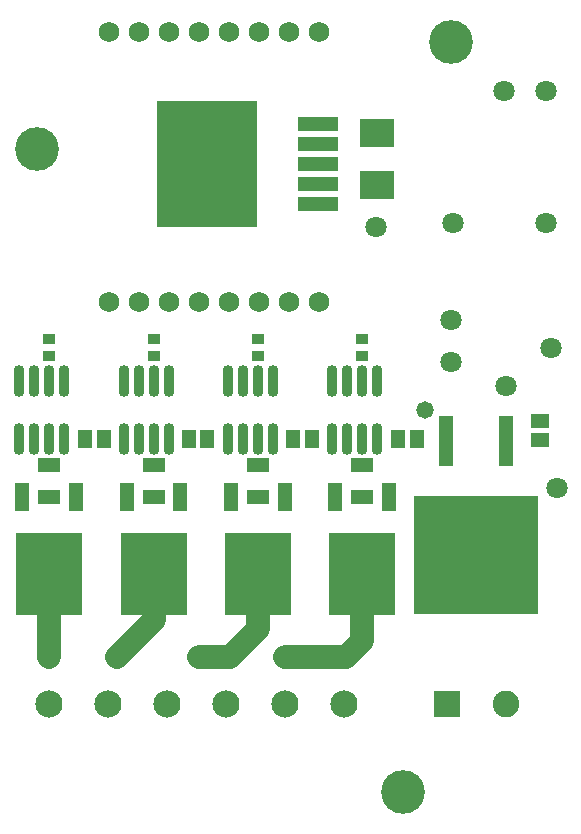
<source format=gts>
G04*
G04 #@! TF.GenerationSoftware,Altium Limited,Altium Designer,18.0.9 (584)*
G04*
G04 Layer_Color=8388736*
%FSLAX25Y25*%
%MOIN*%
G70*
G01*
G75*
%ADD15C,0.07874*%
%ADD16R,0.11599X0.09300*%
%ADD17R,0.13398X0.04934*%
%ADD18R,0.33477X0.41942*%
%ADD19R,0.06115X0.04540*%
%ADD20O,0.03556X0.10642*%
%ADD21R,0.41745X0.39776*%
%ADD22R,0.04540X0.17139*%
%ADD23R,0.04343X0.03556*%
%ADD24R,0.07493X0.04540*%
%ADD25R,0.04540X0.06115*%
%ADD26R,0.04540X0.09461*%
%ADD27R,0.22453X0.27178*%
%ADD28C,0.07099*%
%ADD29R,0.08871X0.08871*%
%ADD30C,0.08871*%
%ADD31C,0.14580*%
%ADD32C,0.06800*%
%ADD33C,0.09068*%
%ADD34C,0.05800*%
%ADD35C,0.06706*%
D15*
X43154Y56890D02*
Y56933D01*
X89961Y66043D02*
Y78248D01*
X80807Y56890D02*
X89961Y66043D01*
X43154Y56933D02*
X55315Y69095D01*
Y73524D01*
X124803Y62205D02*
Y77658D01*
X99213Y56890D02*
X119488D01*
X70385D02*
X80807D01*
X119488D02*
X124803Y62205D01*
X20374Y56890D02*
Y72441D01*
D16*
X129724Y231535D02*
D03*
Y214134D02*
D03*
D17*
X110236Y207776D02*
D03*
Y214469D02*
D03*
Y221161D02*
D03*
Y227854D02*
D03*
Y234547D02*
D03*
D18*
X73032Y221161D02*
D03*
D19*
X184055Y129035D02*
D03*
Y135335D02*
D03*
D20*
X114803Y129630D02*
D03*
X119803D02*
D03*
X124803D02*
D03*
X129803D02*
D03*
X114803Y148921D02*
D03*
X119803D02*
D03*
X124803D02*
D03*
X129803D02*
D03*
X80026Y129630D02*
D03*
X85026D02*
D03*
X90026D02*
D03*
X95026D02*
D03*
X80026Y148921D02*
D03*
X85026D02*
D03*
X90026D02*
D03*
X95026D02*
D03*
X45249Y129630D02*
D03*
X50249D02*
D03*
X55249D02*
D03*
X60249D02*
D03*
X45249Y148921D02*
D03*
X50249D02*
D03*
X55249D02*
D03*
X60249D02*
D03*
X10472Y129630D02*
D03*
X15472D02*
D03*
X20472D02*
D03*
X25472D02*
D03*
X10472Y148921D02*
D03*
X15472D02*
D03*
X20472D02*
D03*
X25472D02*
D03*
D21*
X162697Y90748D02*
D03*
D22*
X152697Y128937D02*
D03*
X172697D02*
D03*
D23*
X124803Y157239D02*
D03*
Y162839D02*
D03*
X90026Y157239D02*
D03*
Y162839D02*
D03*
X55249Y157239D02*
D03*
Y162839D02*
D03*
X20472Y157239D02*
D03*
Y162839D02*
D03*
D24*
X124803Y120866D02*
D03*
Y110236D02*
D03*
X90026Y120866D02*
D03*
Y110236D02*
D03*
X55249Y120866D02*
D03*
Y110236D02*
D03*
X20472Y120866D02*
D03*
Y110236D02*
D03*
D25*
X32283Y129626D02*
D03*
X38583D02*
D03*
X66929D02*
D03*
X73228D02*
D03*
X101870D02*
D03*
X108169D02*
D03*
X136614D02*
D03*
X142913D02*
D03*
D26*
X133780Y110236D02*
D03*
X115827D02*
D03*
X99003D02*
D03*
X81050D02*
D03*
X64226D02*
D03*
X46273D02*
D03*
X29449D02*
D03*
X11496D02*
D03*
D27*
X124803Y84449D02*
D03*
X90026D02*
D03*
X55249D02*
D03*
X20472D02*
D03*
D28*
X185925Y201476D02*
D03*
X155217D02*
D03*
X172146Y245472D02*
D03*
X185925D02*
D03*
X154429Y168996D02*
D03*
Y155217D02*
D03*
X189665Y113189D02*
D03*
X129528Y200098D02*
D03*
X172697Y147244D02*
D03*
X187697Y159646D02*
D03*
D29*
X153150Y41142D02*
D03*
D30*
X172835D02*
D03*
D31*
X16437Y226279D02*
D03*
X138287Y11713D02*
D03*
X154331Y261910D02*
D03*
D32*
X110335Y265059D02*
D03*
X100335D02*
D03*
X90335D02*
D03*
X80335D02*
D03*
X70335D02*
D03*
X60335D02*
D03*
X50335D02*
D03*
X40335D02*
D03*
X110335Y175059D02*
D03*
X100335D02*
D03*
X90335D02*
D03*
X80335D02*
D03*
X70335D02*
D03*
X60335D02*
D03*
X50335D02*
D03*
X40335D02*
D03*
D33*
X20472Y41142D02*
D03*
X40157D02*
D03*
X59842D02*
D03*
X79528D02*
D03*
X99213D02*
D03*
X118898D02*
D03*
D34*
X145669Y139075D02*
D03*
D35*
X99213Y56890D02*
D03*
X70385D02*
D03*
X43154D02*
D03*
X20374D02*
D03*
M02*

</source>
